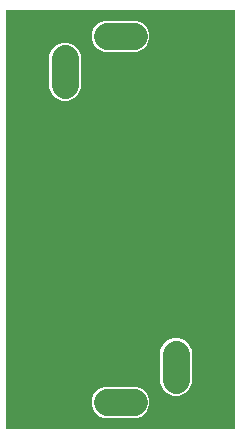
<source format=gbl>
G04 EAGLE Gerber RS-274X export*
G75*
%MOMM*%
%FSLAX34Y34*%
%LPD*%
%INBottom Copper*%
%IPPOS*%
%AMOC8*
5,1,8,0,0,1.08239X$1,22.5*%
G01*
%ADD10C,2.500000*%
%ADD11C,2.250000*%
%ADD12C,0.756400*%

G36*
X306464Y232798D02*
X306464Y232798D01*
X306483Y232796D01*
X306585Y232818D01*
X306687Y232834D01*
X306704Y232844D01*
X306724Y232848D01*
X306813Y232901D01*
X306904Y232950D01*
X306918Y232964D01*
X306935Y232974D01*
X307002Y233053D01*
X307074Y233128D01*
X307082Y233146D01*
X307095Y233161D01*
X307134Y233257D01*
X307177Y233351D01*
X307179Y233371D01*
X307187Y233389D01*
X307205Y233556D01*
X307205Y586444D01*
X307202Y586464D01*
X307204Y586483D01*
X307182Y586585D01*
X307166Y586687D01*
X307156Y586704D01*
X307152Y586724D01*
X307099Y586813D01*
X307050Y586904D01*
X307036Y586918D01*
X307026Y586935D01*
X306947Y587002D01*
X306872Y587074D01*
X306854Y587082D01*
X306839Y587095D01*
X306743Y587134D01*
X306649Y587177D01*
X306629Y587179D01*
X306611Y587187D01*
X306444Y587205D01*
X113556Y587205D01*
X113536Y587202D01*
X113517Y587204D01*
X113415Y587182D01*
X113313Y587166D01*
X113296Y587156D01*
X113276Y587152D01*
X113187Y587099D01*
X113096Y587050D01*
X113082Y587036D01*
X113065Y587026D01*
X112998Y586947D01*
X112926Y586872D01*
X112918Y586854D01*
X112905Y586839D01*
X112866Y586743D01*
X112823Y586649D01*
X112821Y586629D01*
X112813Y586611D01*
X112795Y586444D01*
X112795Y233556D01*
X112798Y233536D01*
X112796Y233517D01*
X112818Y233415D01*
X112834Y233313D01*
X112844Y233296D01*
X112848Y233276D01*
X112901Y233187D01*
X112950Y233096D01*
X112964Y233082D01*
X112974Y233065D01*
X113053Y232998D01*
X113128Y232926D01*
X113146Y232918D01*
X113161Y232905D01*
X113257Y232866D01*
X113351Y232823D01*
X113371Y232821D01*
X113389Y232813D01*
X113556Y232795D01*
X306444Y232795D01*
X306464Y232798D01*
G37*
%LPC*%
G36*
X196114Y551749D02*
X196114Y551749D01*
X191244Y553767D01*
X187517Y557494D01*
X185499Y562364D01*
X185499Y567636D01*
X187517Y572506D01*
X191244Y576233D01*
X196114Y578251D01*
X223886Y578251D01*
X228756Y576233D01*
X232483Y572506D01*
X234501Y567636D01*
X234501Y562364D01*
X232483Y557494D01*
X228756Y553767D01*
X223886Y551749D01*
X196114Y551749D01*
G37*
%LPD*%
%LPC*%
G36*
X160364Y510499D02*
X160364Y510499D01*
X155494Y512517D01*
X151767Y516244D01*
X149749Y521114D01*
X149749Y548886D01*
X151767Y553756D01*
X155494Y557483D01*
X160364Y559501D01*
X165636Y559501D01*
X170506Y557483D01*
X174233Y553756D01*
X176251Y548886D01*
X176251Y521114D01*
X174233Y516244D01*
X170506Y512517D01*
X165636Y510499D01*
X160364Y510499D01*
G37*
%LPD*%
%LPC*%
G36*
X254364Y260499D02*
X254364Y260499D01*
X249494Y262517D01*
X245767Y266244D01*
X243749Y271114D01*
X243749Y298886D01*
X245767Y303756D01*
X249494Y307483D01*
X254364Y309501D01*
X259636Y309501D01*
X264506Y307483D01*
X268233Y303756D01*
X270251Y298886D01*
X270251Y271114D01*
X268233Y266244D01*
X264506Y262517D01*
X259636Y260499D01*
X254364Y260499D01*
G37*
%LPD*%
%LPC*%
G36*
X196114Y241749D02*
X196114Y241749D01*
X191244Y243767D01*
X187517Y247494D01*
X185499Y252364D01*
X185499Y257636D01*
X187517Y262506D01*
X191244Y266233D01*
X196114Y268251D01*
X223886Y268251D01*
X228756Y266233D01*
X232483Y262506D01*
X234501Y257636D01*
X234501Y252364D01*
X232483Y247494D01*
X228756Y243767D01*
X223886Y241749D01*
X196114Y241749D01*
G37*
%LPD*%
D10*
X197500Y315000D02*
X222500Y315000D01*
D11*
X221250Y255000D02*
X198750Y255000D01*
X257000Y273750D02*
X257000Y296250D01*
D10*
X222500Y505000D02*
X197500Y505000D01*
D11*
X198750Y565000D02*
X221250Y565000D01*
X163000Y546250D02*
X163000Y523750D01*
D12*
X120000Y415000D03*
X140000Y415000D03*
X150000Y415000D03*
X210000Y395000D03*
X300000Y395000D03*
X300000Y260000D03*
X120000Y260000D03*
X120000Y365000D03*
M02*

</source>
